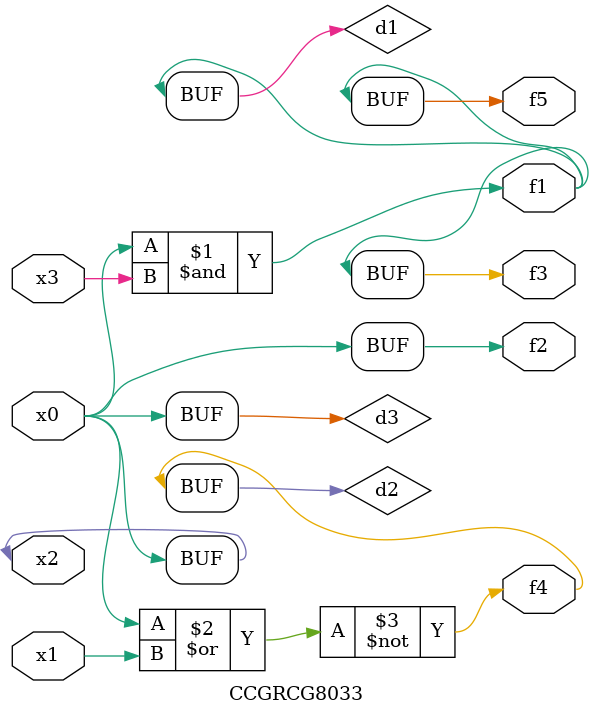
<source format=v>
module CCGRCG8033(
	input x0, x1, x2, x3,
	output f1, f2, f3, f4, f5
);

	wire d1, d2, d3;

	and (d1, x2, x3);
	nor (d2, x0, x1);
	buf (d3, x0, x2);
	assign f1 = d1;
	assign f2 = d3;
	assign f3 = d1;
	assign f4 = d2;
	assign f5 = d1;
endmodule

</source>
